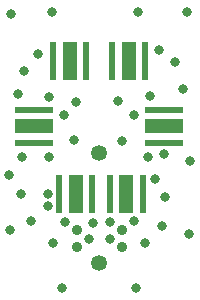
<source format=gbr>
%TF.GenerationSoftware,KiCad,Pcbnew,(6.0.4)*%
%TF.CreationDate,2022-08-13T18:46:34+03:00*%
%TF.ProjectId,Head_001,48656164-5f30-4303-912e-6b696361645f,rev?*%
%TF.SameCoordinates,Original*%
%TF.FileFunction,Soldermask,Top*%
%TF.FilePolarity,Negative*%
%FSLAX46Y46*%
G04 Gerber Fmt 4.6, Leading zero omitted, Abs format (unit mm)*
G04 Created by KiCad (PCBNEW (6.0.4)) date 2022-08-13 18:46:34*
%MOMM*%
%LPD*%
G01*
G04 APERTURE LIST*
%ADD10R,0.500000X3.300000*%
%ADD11R,1.300000X3.300000*%
%ADD12R,3.300000X0.500000*%
%ADD13R,3.300000X1.300000*%
%ADD14C,1.350000*%
%ADD15C,0.900000*%
%ADD16C,0.800000*%
G04 APERTURE END LIST*
D10*
%TO.C,D3*%
X97643600Y-64007800D03*
X100443600Y-64007800D03*
D11*
X99043600Y-64007800D03*
%TD*%
D12*
%TO.C,D8*%
X107043600Y-68107800D03*
X107043600Y-70907800D03*
D13*
X107043600Y-69507800D03*
%TD*%
D14*
%TO.C,U2*%
X101543600Y-81107800D03*
%TD*%
D15*
%TO.C,D9*%
X99643600Y-79757800D03*
%TD*%
%TO.C,D7*%
X103443600Y-79757800D03*
%TD*%
D10*
%TO.C,D5*%
X102643600Y-64007800D03*
X105443600Y-64007800D03*
D11*
X104043600Y-64007800D03*
%TD*%
D12*
%TO.C,D1*%
X96043600Y-70907800D03*
X96043600Y-68107800D03*
D13*
X96043600Y-69507800D03*
%TD*%
D10*
%TO.C,D2*%
X98171400Y-75263800D03*
X100971400Y-75263800D03*
D11*
X99571400Y-75263800D03*
%TD*%
D15*
%TO.C,D6*%
X103443600Y-78257800D03*
%TD*%
D10*
%TO.C,D4*%
X102438600Y-75213000D03*
X105238600Y-75213000D03*
D11*
X103838600Y-75213000D03*
%TD*%
D15*
%TO.C,D10*%
X99643600Y-78257800D03*
%TD*%
D14*
%TO.C,U1*%
X101543600Y-71807800D03*
%TD*%
D16*
X104626000Y-83188600D03*
X98428400Y-83214000D03*
X105388000Y-79404000D03*
X104495600Y-77571600D03*
X95758000Y-77546200D03*
X108969400Y-59820600D03*
X100990400Y-77673200D03*
X100660200Y-79070200D03*
X94640400Y-66802000D03*
X94970600Y-75234800D03*
X103102000Y-67389800D03*
X107950000Y-64058800D03*
X97282000Y-67005200D03*
X99546000Y-67466000D03*
X105689400Y-72085200D03*
X94085000Y-59973000D03*
X107086400Y-75539600D03*
X108204000Y-69494400D03*
X93954600Y-73660000D03*
X94919800Y-69494400D03*
X104803800Y-59846000D03*
X103835200Y-74193400D03*
X99060000Y-65049400D03*
X97307400Y-72136000D03*
X99034600Y-62966600D03*
X106299000Y-73939400D03*
X106629200Y-63017400D03*
X108686600Y-66319400D03*
X97129600Y-69494400D03*
X94996000Y-72136000D03*
X99568000Y-74244200D03*
X97514000Y-59871400D03*
X104063800Y-65074800D03*
X109274200Y-72469800D03*
X104521000Y-68554600D03*
X97256600Y-76276200D03*
X97615600Y-79429400D03*
X106857800Y-77952600D03*
X109147200Y-78642000D03*
X103835200Y-76250800D03*
X102438200Y-77647800D03*
X105841800Y-66979800D03*
X98653600Y-77622400D03*
X99419000Y-70691800D03*
X99568000Y-76301600D03*
X104038400Y-62915800D03*
X96367600Y-63373000D03*
X95173800Y-64871600D03*
X102438200Y-79070200D03*
X93958000Y-78261000D03*
X98577400Y-68529200D03*
X105892600Y-69494400D03*
X103508400Y-70768000D03*
X97183800Y-75238400D03*
X107039000Y-71860200D03*
M02*

</source>
